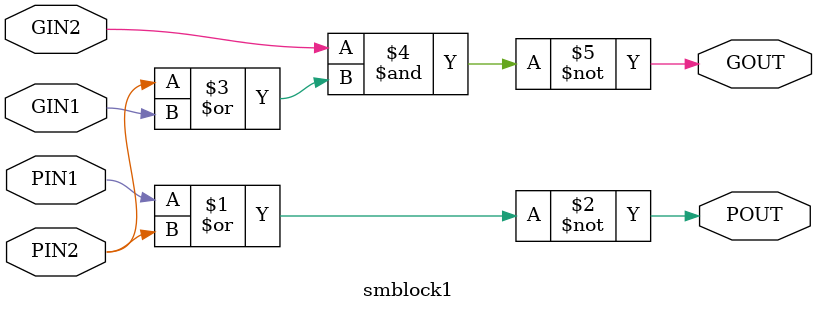
<source format=v>
module smblock1 ( PIN1, PIN2, GIN1, GIN2, POUT, GOUT );
   input  PIN1;
   input  PIN2;
   input  GIN1;
   input  GIN2;
   output POUT;
   output GOUT;
   assign POUT =  ~ (PIN1 | PIN2);
   assign GOUT =  ~ (GIN2 & (PIN2 | GIN1));
endmodule
</source>
